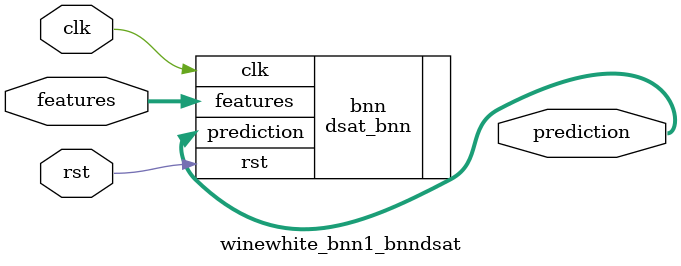
<source format=v>

















module winewhite_bnn1_bnndsat #(

parameter FEAT_CNT = 11,
parameter HIDDEN_CNT = 40,
parameter FEAT_BITS = 4,
parameter CLASS_CNT = 7,
parameter TEST_CNT = 1000


  ) (
  input clk,
  input rst,
  input [FEAT_CNT*FEAT_BITS-1:0] features,
  output [$clog2(CLASS_CNT)-1:0] prediction
  );

  localparam Weights0 = 440'b00010101000000000100110001011111111100001000110010111000111101011010011001100010111100110011000010111110111001101101111011100100100101010010111001101100110001100100000010000100011001111001000101010111000101001100101000101100000110011111011111100011100111101111111000100110011101011110000110100011110011010110001110100100000101101110011001000000111010100011101011100100010011100101000101010011100110000100101000111101100110011111111111010110 ;
  localparam Weights1 = 280'b1100111000000011001100101100101011000111100011011110001100111111010011101101011100011011111010110001111101001110110101110000110111101010000011000100001011010011000011011110101100001111010011101101011100001101100010110001111111101110111001110000000011001010100110110101111011010110 ;
  localparam Widths = 320'h05060606060505060605050606060505050506050605060506060605060606060606050505060605 ;
  localparam Sature = 40'b1100011111100011110111010001010110111011 ;

  dsat_bnn #(.FEAT_CNT(FEAT_CNT),.FEAT_BITS(FEAT_BITS),.HIDDEN_CNT(HIDDEN_CNT),.CLASS_CNT(CLASS_CNT),.Weights0(Weights0),.Weights1(Weights1),
    .WIDTHS(Widths), .SATURE(Sature)) bnn (
    .clk(clk),
    .rst(rst),
    .features(features),
    .prediction(prediction)
  );

endmodule

</source>
